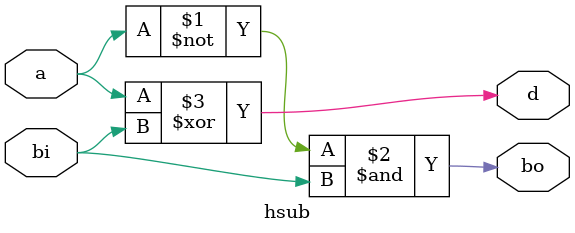
<source format=v>
`timescale 1ns / 1ps

module hsub(
    input a,
    input bi,
    output bo,
    output d
    );
assign bo = (~a)&bi;
assign d = a^bi;
endmodule
</source>
